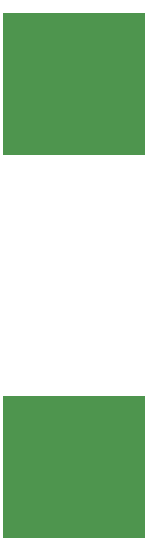
<source format=gko>
%FSLAX23Y23*%
%MOIN*%
%SFA1B1*%

%IPPOS*%
%ADD75R,0.472440X0.472440*%
%LNpedalboxrev2-1*%
%LPD*%
G54D75*
X708Y236D03*
Y1513D03*
M02*
</source>
